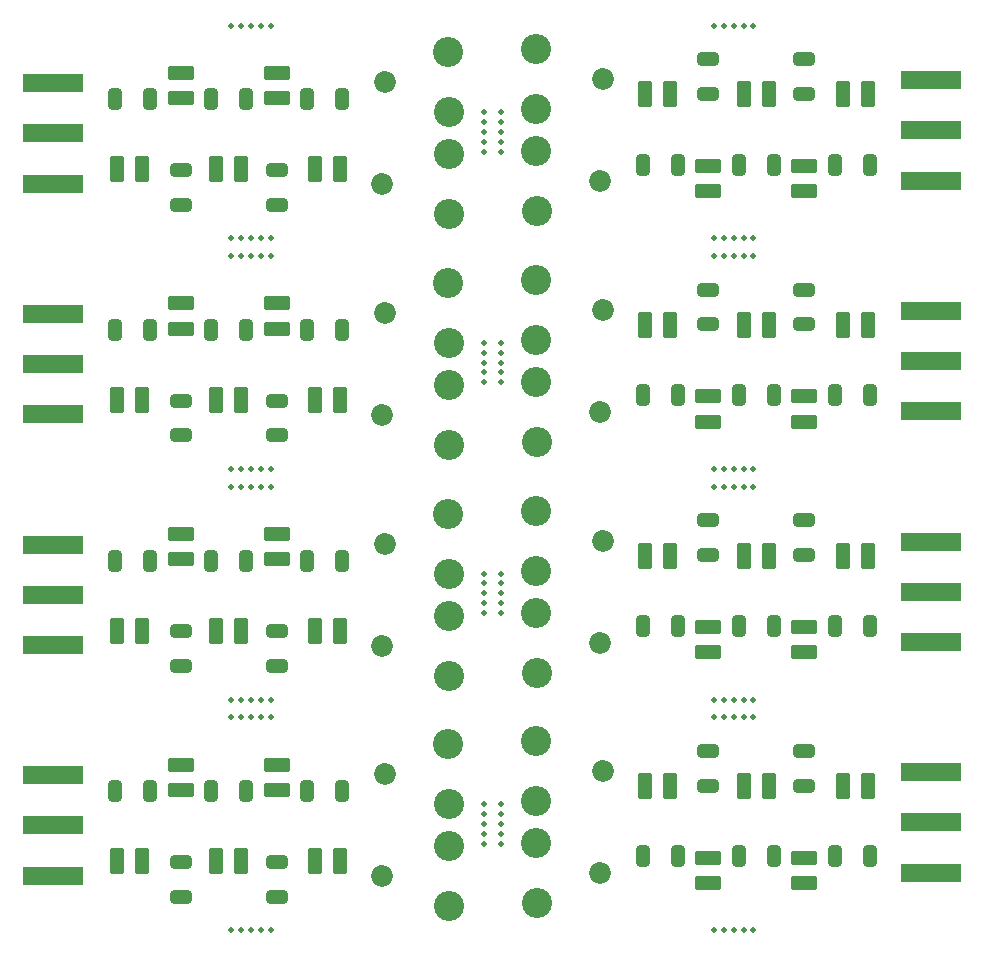
<source format=gbr>
%TF.GenerationSoftware,KiCad,Pcbnew,(6.0.10)*%
%TF.CreationDate,2023-02-03T22:17:50+05:30*%
%TF.ProjectId,Diplexer Panel,4469706c-6578-4657-9220-50616e656c2e,rev?*%
%TF.SameCoordinates,Original*%
%TF.FileFunction,Soldermask,Top*%
%TF.FilePolarity,Negative*%
%FSLAX46Y46*%
G04 Gerber Fmt 4.6, Leading zero omitted, Abs format (unit mm)*
G04 Created by KiCad (PCBNEW (6.0.10)) date 2023-02-03 22:17:50*
%MOMM*%
%LPD*%
G01*
G04 APERTURE LIST*
G04 Aperture macros list*
%AMRoundRect*
0 Rectangle with rounded corners*
0 $1 Rounding radius*
0 $2 $3 $4 $5 $6 $7 $8 $9 X,Y pos of 4 corners*
0 Add a 4 corners polygon primitive as box body*
4,1,4,$2,$3,$4,$5,$6,$7,$8,$9,$2,$3,0*
0 Add four circle primitives for the rounded corners*
1,1,$1+$1,$2,$3*
1,1,$1+$1,$4,$5*
1,1,$1+$1,$6,$7*
1,1,$1+$1,$8,$9*
0 Add four rect primitives between the rounded corners*
20,1,$1+$1,$2,$3,$4,$5,0*
20,1,$1+$1,$4,$5,$6,$7,0*
20,1,$1+$1,$6,$7,$8,$9,0*
20,1,$1+$1,$8,$9,$2,$3,0*%
G04 Aperture macros list end*
%ADD10C,0.500000*%
%ADD11RoundRect,0.250000X0.325000X0.650000X-0.325000X0.650000X-0.325000X-0.650000X0.325000X-0.650000X0*%
%ADD12RoundRect,0.250000X-0.650000X0.325000X-0.650000X-0.325000X0.650000X-0.325000X0.650000X0.325000X0*%
%ADD13RoundRect,0.250000X-0.375000X-0.850000X0.375000X-0.850000X0.375000X0.850000X-0.375000X0.850000X0*%
%ADD14C,2.550000*%
%ADD15RoundRect,0.250000X-0.850000X0.375000X-0.850000X-0.375000X0.850000X-0.375000X0.850000X0.375000X0*%
%ADD16RoundRect,0.250000X0.650000X-0.325000X0.650000X0.325000X-0.650000X0.325000X-0.650000X-0.325000X0*%
%ADD17C,1.850000*%
%ADD18RoundRect,0.250000X0.850000X-0.375000X0.850000X0.375000X-0.850000X0.375000X-0.850000X-0.375000X0*%
%ADD19R,5.080000X1.500000*%
%ADD20RoundRect,0.250000X0.375000X0.850000X-0.375000X0.850000X-0.375000X-0.850000X0.375000X-0.850000X0*%
%ADD21RoundRect,0.250000X-0.325000X-0.650000X0.325000X-0.650000X0.325000X0.650000X-0.325000X0.650000X0*%
G04 APERTURE END LIST*
D10*
%TO.C,REF\u002A\u002A*%
X128902333Y-44776000D03*
%TD*%
%TO.C,REF\u002A\u002A*%
X147750000Y-53622333D03*
%TD*%
D11*
%TO.C,C1*%
X135767000Y-91580000D03*
X132817000Y-91580000D03*
%TD*%
D12*
%TO.C,C2*%
X174900000Y-88167000D03*
X174900000Y-91117000D03*
%TD*%
D13*
%TO.C,L4*%
X169761000Y-71640000D03*
X171911000Y-71640000D03*
%TD*%
D14*
%TO.C,Gnd*%
X152167000Y-92436000D03*
X152167000Y-92436000D03*
X152167000Y-92436000D03*
%TD*%
D10*
%TO.C,REF\u002A\u002A*%
X127235667Y-46276000D03*
%TD*%
%TO.C,REF\u002A\u002A*%
X169764333Y-85328000D03*
%TD*%
%TO.C,REF\u002A\u002A*%
X168931000Y-44776000D03*
%TD*%
D15*
%TO.C,L2*%
X122100000Y-89329000D03*
X122100000Y-91479000D03*
%TD*%
D10*
%TO.C,REF\u002A\u002A*%
X129735666Y-85328000D03*
%TD*%
%TO.C,REF\u002A\u002A*%
X128902333Y-65802000D03*
%TD*%
D14*
%TO.C,Gnd*%
X152167000Y-33858000D03*
X152167000Y-33858000D03*
X152167000Y-33858000D03*
%TD*%
D10*
%TO.C,REF\u002A\u002A*%
X127235667Y-26750000D03*
%TD*%
%TO.C,REF\u002A\u002A*%
X168097666Y-44776000D03*
%TD*%
%TO.C,REF\u002A\u002A*%
X127235667Y-103354000D03*
%TD*%
%TO.C,REF\u002A\u002A*%
X149250000Y-76481666D03*
%TD*%
D16*
%TO.C,C2*%
X130228000Y-61463000D03*
X130228000Y-58513000D03*
%TD*%
D13*
%TO.C,L3*%
X178143000Y-91166000D03*
X180293000Y-91166000D03*
%TD*%
%TO.C,L3*%
X178143000Y-32588000D03*
X180293000Y-32588000D03*
%TD*%
D14*
%TO.C,Gnd*%
X144833000Y-76720000D03*
X144833000Y-76720000D03*
X144833000Y-76720000D03*
%TD*%
D17*
%TO.C,2m*%
X157882000Y-31318000D03*
X157882000Y-31318000D03*
X157882000Y-31318000D03*
X157882000Y-31318000D03*
%TD*%
D15*
%TO.C,L2*%
X122100000Y-30751000D03*
X122100000Y-32901000D03*
%TD*%
D10*
%TO.C,REF\u002A\u002A*%
X126402334Y-64302000D03*
%TD*%
D18*
%TO.C,L1*%
X166772000Y-99353000D03*
X166772000Y-97203000D03*
%TD*%
D10*
%TO.C,REF\u002A\u002A*%
X147750000Y-36596333D03*
%TD*%
D17*
%TO.C,2m*%
X157882000Y-50844000D03*
X157882000Y-50844000D03*
X157882000Y-50844000D03*
X157882000Y-50844000D03*
%TD*%
D13*
%TO.C,L3*%
X178143000Y-52114000D03*
X180293000Y-52114000D03*
%TD*%
D10*
%TO.C,REF\u002A\u002A*%
X126402334Y-103354000D03*
%TD*%
D14*
%TO.C,Gnd*%
X152294000Y-81546000D03*
X152294000Y-81546000D03*
%TD*%
D10*
%TO.C,REF\u002A\u002A*%
X127235667Y-65802000D03*
%TD*%
%TO.C,REF\u002A\u002A*%
X168931000Y-85328000D03*
%TD*%
%TO.C,REF\u002A\u002A*%
X127235667Y-83828000D03*
%TD*%
D19*
%TO.C,2m+70cm*%
X185666500Y-55162000D03*
X185666500Y-59412000D03*
X185666500Y-50912000D03*
%TD*%
D11*
%TO.C,C2*%
X127639000Y-91580000D03*
X124689000Y-91580000D03*
%TD*%
D20*
%TO.C,L5*%
X135621000Y-97516000D03*
X133471000Y-97516000D03*
%TD*%
D17*
%TO.C,2m*%
X157882000Y-89896000D03*
X157882000Y-89896000D03*
X157882000Y-89896000D03*
X157882000Y-89896000D03*
%TD*%
D10*
%TO.C,REF\u002A\u002A*%
X126402334Y-83828000D03*
%TD*%
D14*
%TO.C,Gnd*%
X152167000Y-87356000D03*
X152167000Y-87356000D03*
X152167000Y-87356000D03*
%TD*%
D10*
%TO.C,REF\u002A\u002A*%
X149250000Y-96007666D03*
%TD*%
D17*
%TO.C,2m*%
X157882000Y-70370000D03*
X157882000Y-70370000D03*
X157882000Y-70370000D03*
X157882000Y-70370000D03*
%TD*%
D14*
%TO.C,Gnd*%
X152167000Y-67830000D03*
X152167000Y-67830000D03*
X152167000Y-67830000D03*
%TD*%
D21*
%TO.C,C1*%
X161233000Y-38524000D03*
X164183000Y-38524000D03*
%TD*%
D18*
%TO.C,L2*%
X174900000Y-60301000D03*
X174900000Y-58151000D03*
%TD*%
D13*
%TO.C,L5*%
X161379000Y-71640000D03*
X163529000Y-71640000D03*
%TD*%
D18*
%TO.C,L1*%
X166772000Y-79827000D03*
X166772000Y-77677000D03*
%TD*%
D12*
%TO.C,C2*%
X166772000Y-68641000D03*
X166772000Y-71591000D03*
%TD*%
D10*
%TO.C,REF\u002A\u002A*%
X149250000Y-34929667D03*
%TD*%
D19*
%TO.C,2m+70cm*%
X111333500Y-94468000D03*
X111333500Y-98718000D03*
X111333500Y-90218000D03*
%TD*%
D16*
%TO.C,C2*%
X122100000Y-61463000D03*
X122100000Y-58513000D03*
%TD*%
D17*
%TO.C,2m*%
X157882000Y-70370000D03*
X157882000Y-70370000D03*
X157882000Y-70370000D03*
X157882000Y-70370000D03*
%TD*%
D10*
%TO.C,REF\u002A\u002A*%
X170597666Y-26750000D03*
%TD*%
%TO.C,REF\u002A\u002A*%
X169764333Y-65802000D03*
%TD*%
D14*
%TO.C,Gnd*%
X152167000Y-56940000D03*
X152167000Y-56940000D03*
%TD*%
%TO.C,Gnd*%
X144706000Y-29032000D03*
X144706000Y-29032000D03*
%TD*%
D10*
%TO.C,REF\u002A\u002A*%
X168097666Y-85328000D03*
%TD*%
D17*
%TO.C,2m*%
X139118000Y-98786000D03*
X139118000Y-98786000D03*
X139118000Y-98786000D03*
X139118000Y-98786000D03*
%TD*%
D18*
%TO.C,L1*%
X166772000Y-40775000D03*
X166772000Y-38625000D03*
%TD*%
D17*
%TO.C,70cm*%
X139372000Y-70624000D03*
X139372000Y-70624000D03*
X139372000Y-70624000D03*
X139372000Y-70624000D03*
%TD*%
D21*
%TO.C,C3*%
X177489000Y-38524000D03*
X180439000Y-38524000D03*
%TD*%
D14*
%TO.C,Gnd*%
X152167000Y-76466000D03*
X152167000Y-76466000D03*
%TD*%
D10*
%TO.C,REF\u002A\u002A*%
X127235667Y-44776000D03*
%TD*%
D17*
%TO.C,70cm*%
X139372000Y-31572000D03*
X139372000Y-31572000D03*
X139372000Y-31572000D03*
X139372000Y-31572000D03*
%TD*%
%TO.C,2m*%
X157882000Y-89896000D03*
X157882000Y-89896000D03*
X157882000Y-89896000D03*
X157882000Y-89896000D03*
%TD*%
D21*
%TO.C,C2*%
X169361000Y-58050000D03*
X172311000Y-58050000D03*
%TD*%
D10*
%TO.C,REF\u002A\u002A*%
X126402334Y-85328000D03*
%TD*%
%TO.C,REF\u002A\u002A*%
X128069000Y-85328000D03*
%TD*%
D17*
%TO.C,2m*%
X139118000Y-98786000D03*
X139118000Y-98786000D03*
X139118000Y-98786000D03*
X139118000Y-98786000D03*
%TD*%
D10*
%TO.C,REF\u002A\u002A*%
X147750000Y-94341000D03*
%TD*%
D20*
%TO.C,L4*%
X127239000Y-97516000D03*
X125089000Y-97516000D03*
%TD*%
D10*
%TO.C,REF\u002A\u002A*%
X168097666Y-83828000D03*
%TD*%
D20*
%TO.C,L3*%
X118857000Y-38938000D03*
X116707000Y-38938000D03*
%TD*%
D10*
%TO.C,REF\u002A\u002A*%
X169764333Y-26750000D03*
%TD*%
D14*
%TO.C,Gnd*%
X144833000Y-57194000D03*
X144833000Y-57194000D03*
X144833000Y-57194000D03*
%TD*%
D12*
%TO.C,C2*%
X174900000Y-68641000D03*
X174900000Y-71591000D03*
%TD*%
D11*
%TO.C,C3*%
X119511000Y-33002000D03*
X116561000Y-33002000D03*
%TD*%
D21*
%TO.C,C1*%
X161233000Y-97102000D03*
X164183000Y-97102000D03*
%TD*%
D10*
%TO.C,REF\u002A\u002A*%
X168931000Y-83828000D03*
%TD*%
D14*
%TO.C,Gnd*%
X152167000Y-37414000D03*
X152167000Y-37414000D03*
%TD*%
D17*
%TO.C,70cm*%
X139372000Y-51098000D03*
X139372000Y-51098000D03*
X139372000Y-51098000D03*
X139372000Y-51098000D03*
%TD*%
D10*
%TO.C,REF\u002A\u002A*%
X127235667Y-85328000D03*
%TD*%
D17*
%TO.C,2m*%
X157882000Y-31318000D03*
X157882000Y-31318000D03*
X157882000Y-31318000D03*
X157882000Y-31318000D03*
%TD*%
D10*
%TO.C,REF\u002A\u002A*%
X128069000Y-64302000D03*
%TD*%
%TO.C,REF\u002A\u002A*%
X149250000Y-95174333D03*
%TD*%
D16*
%TO.C,C2*%
X130228000Y-100515000D03*
X130228000Y-97565000D03*
%TD*%
D10*
%TO.C,REF\u002A\u002A*%
X147750000Y-96007666D03*
%TD*%
%TO.C,REF\u002A\u002A*%
X168931000Y-65802000D03*
%TD*%
D17*
%TO.C,70cm*%
X157628000Y-79006000D03*
X157628000Y-79006000D03*
X157628000Y-79006000D03*
X157628000Y-79006000D03*
%TD*%
D14*
%TO.C,Gnd*%
X144833000Y-53638000D03*
X144833000Y-53638000D03*
%TD*%
D17*
%TO.C,2m*%
X139118000Y-59734000D03*
X139118000Y-59734000D03*
X139118000Y-59734000D03*
X139118000Y-59734000D03*
%TD*%
D10*
%TO.C,REF\u002A\u002A*%
X169764333Y-44776000D03*
%TD*%
D19*
%TO.C,2m+70cm*%
X185666500Y-35636000D03*
X185666500Y-31386000D03*
X185666500Y-39886000D03*
%TD*%
D13*
%TO.C,L5*%
X161379000Y-32588000D03*
X163529000Y-32588000D03*
%TD*%
D10*
%TO.C,REF\u002A\u002A*%
X170597666Y-85328000D03*
%TD*%
%TO.C,REF\u002A\u002A*%
X128069000Y-103354000D03*
%TD*%
%TO.C,REF\u002A\u002A*%
X147750000Y-74815000D03*
%TD*%
D14*
%TO.C,Gnd*%
X152294000Y-42494000D03*
X152294000Y-42494000D03*
%TD*%
D10*
%TO.C,REF\u002A\u002A*%
X169764333Y-46276000D03*
%TD*%
D16*
%TO.C,C2*%
X122100000Y-100515000D03*
X122100000Y-97565000D03*
%TD*%
D10*
%TO.C,REF\u002A\u002A*%
X149250000Y-53622333D03*
%TD*%
D17*
%TO.C,2m*%
X139118000Y-40208000D03*
X139118000Y-40208000D03*
X139118000Y-40208000D03*
X139118000Y-40208000D03*
%TD*%
D14*
%TO.C,Gnd*%
X152294000Y-62020000D03*
X152294000Y-62020000D03*
%TD*%
D10*
%TO.C,REF\u002A\u002A*%
X129735666Y-103354000D03*
%TD*%
%TO.C,REF\u002A\u002A*%
X169764333Y-64302000D03*
%TD*%
D13*
%TO.C,L4*%
X169761000Y-91166000D03*
X171911000Y-91166000D03*
%TD*%
D11*
%TO.C,C3*%
X119511000Y-52528000D03*
X116561000Y-52528000D03*
%TD*%
D10*
%TO.C,REF\u002A\u002A*%
X128902333Y-83828000D03*
%TD*%
%TO.C,REF\u002A\u002A*%
X147750000Y-34929667D03*
%TD*%
%TO.C,REF\u002A\u002A*%
X168097666Y-103354000D03*
%TD*%
%TO.C,REF\u002A\u002A*%
X167264333Y-65802000D03*
%TD*%
%TO.C,REF\u002A\u002A*%
X147750000Y-56955666D03*
%TD*%
D17*
%TO.C,70cm*%
X157628000Y-59480000D03*
X157628000Y-59480000D03*
X157628000Y-59480000D03*
X157628000Y-59480000D03*
%TD*%
D16*
%TO.C,C2*%
X130228000Y-80989000D03*
X130228000Y-78039000D03*
%TD*%
D10*
%TO.C,REF\u002A\u002A*%
X168097666Y-26750000D03*
%TD*%
D16*
%TO.C,C2*%
X122100000Y-41937000D03*
X122100000Y-38987000D03*
%TD*%
D10*
%TO.C,REF\u002A\u002A*%
X168931000Y-26750000D03*
%TD*%
%TO.C,REF\u002A\u002A*%
X149250000Y-74815000D03*
%TD*%
%TO.C,REF\u002A\u002A*%
X170597666Y-44776000D03*
%TD*%
D11*
%TO.C,C3*%
X119511000Y-72054000D03*
X116561000Y-72054000D03*
%TD*%
D10*
%TO.C,REF\u002A\u002A*%
X147750000Y-92674333D03*
%TD*%
%TO.C,REF\u002A\u002A*%
X149250000Y-92674333D03*
%TD*%
D17*
%TO.C,2m*%
X139118000Y-79260000D03*
X139118000Y-79260000D03*
X139118000Y-79260000D03*
X139118000Y-79260000D03*
%TD*%
%TO.C,2m*%
X139118000Y-79260000D03*
X139118000Y-79260000D03*
X139118000Y-79260000D03*
X139118000Y-79260000D03*
%TD*%
D13*
%TO.C,L5*%
X161379000Y-52114000D03*
X163529000Y-52114000D03*
%TD*%
D14*
%TO.C,Gnd*%
X144833000Y-92690000D03*
X144833000Y-92690000D03*
%TD*%
D15*
%TO.C,L2*%
X122100000Y-50277000D03*
X122100000Y-52427000D03*
%TD*%
D19*
%TO.C,2m+70cm*%
X185666500Y-74688000D03*
X185666500Y-78938000D03*
X185666500Y-70438000D03*
%TD*%
D14*
%TO.C,Gnd*%
X152167000Y-48304000D03*
X152167000Y-48304000D03*
X152167000Y-48304000D03*
%TD*%
D15*
%TO.C,L2*%
X122100000Y-69803000D03*
X122100000Y-71953000D03*
%TD*%
D10*
%TO.C,REF\u002A\u002A*%
X129735666Y-44776000D03*
%TD*%
D11*
%TO.C,C2*%
X127639000Y-72054000D03*
X124689000Y-72054000D03*
%TD*%
D12*
%TO.C,C2*%
X166772000Y-88167000D03*
X166772000Y-91117000D03*
%TD*%
D14*
%TO.C,Gnd*%
X144706000Y-87610000D03*
X144706000Y-87610000D03*
%TD*%
D10*
%TO.C,REF\u002A\u002A*%
X170597666Y-65802000D03*
%TD*%
%TO.C,REF\u002A\u002A*%
X149250000Y-37429666D03*
%TD*%
%TO.C,REF\u002A\u002A*%
X149250000Y-34096334D03*
%TD*%
%TO.C,REF\u002A\u002A*%
X128069000Y-26750000D03*
%TD*%
%TO.C,REF\u002A\u002A*%
X147750000Y-34096334D03*
%TD*%
D16*
%TO.C,C2*%
X130228000Y-41937000D03*
X130228000Y-38987000D03*
%TD*%
D10*
%TO.C,REF\u002A\u002A*%
X147750000Y-37429666D03*
%TD*%
D14*
%TO.C,Gnd*%
X144706000Y-48558000D03*
X144706000Y-48558000D03*
%TD*%
D20*
%TO.C,L4*%
X127239000Y-38938000D03*
X125089000Y-38938000D03*
%TD*%
D10*
%TO.C,REF\u002A\u002A*%
X168097666Y-65802000D03*
%TD*%
D18*
%TO.C,L2*%
X174900000Y-40775000D03*
X174900000Y-38625000D03*
%TD*%
D21*
%TO.C,C3*%
X177489000Y-97102000D03*
X180439000Y-97102000D03*
%TD*%
D17*
%TO.C,2m*%
X139118000Y-40208000D03*
X139118000Y-40208000D03*
X139118000Y-40208000D03*
X139118000Y-40208000D03*
%TD*%
D19*
%TO.C,2m+70cm*%
X185666500Y-94214000D03*
X185666500Y-98464000D03*
X185666500Y-89964000D03*
%TD*%
D10*
%TO.C,REF\u002A\u002A*%
X149250000Y-56955666D03*
%TD*%
%TO.C,REF\u002A\u002A*%
X147750000Y-93507666D03*
%TD*%
D19*
%TO.C,2m+70cm*%
X111333500Y-35890000D03*
X111333500Y-40140000D03*
X111333500Y-31640000D03*
%TD*%
D10*
%TO.C,REF\u002A\u002A*%
X126402334Y-65802000D03*
%TD*%
%TO.C,REF\u002A\u002A*%
X149250000Y-55289000D03*
%TD*%
%TO.C,REF\u002A\u002A*%
X147750000Y-35763000D03*
%TD*%
%TO.C,REF\u002A\u002A*%
X149250000Y-56122333D03*
%TD*%
%TO.C,REF\u002A\u002A*%
X167264333Y-44776000D03*
%TD*%
D13*
%TO.C,L5*%
X161379000Y-91166000D03*
X163529000Y-91166000D03*
%TD*%
D14*
%TO.C,Gnd*%
X144833000Y-34112000D03*
X144833000Y-34112000D03*
%TD*%
D21*
%TO.C,C1*%
X161233000Y-77576000D03*
X164183000Y-77576000D03*
%TD*%
D18*
%TO.C,L2*%
X174900000Y-79827000D03*
X174900000Y-77677000D03*
%TD*%
D14*
%TO.C,Gnd*%
X144833000Y-81800000D03*
X144833000Y-81800000D03*
X144833000Y-81800000D03*
%TD*%
D10*
%TO.C,REF\u002A\u002A*%
X170597666Y-103354000D03*
%TD*%
%TO.C,REF\u002A\u002A*%
X167264333Y-103354000D03*
%TD*%
D14*
%TO.C,Gnd*%
X144833000Y-62274000D03*
X144833000Y-62274000D03*
X144833000Y-62274000D03*
%TD*%
D10*
%TO.C,REF\u002A\u002A*%
X168097666Y-46276000D03*
%TD*%
%TO.C,REF\u002A\u002A*%
X167264333Y-85328000D03*
%TD*%
%TO.C,REF\u002A\u002A*%
X168931000Y-103354000D03*
%TD*%
D14*
%TO.C,Gnd*%
X144833000Y-42748000D03*
X144833000Y-42748000D03*
X144833000Y-42748000D03*
%TD*%
%TO.C,Gnd*%
X152167000Y-95992000D03*
X152167000Y-95992000D03*
%TD*%
%TO.C,Gnd*%
X152167000Y-53384000D03*
X152167000Y-53384000D03*
X152167000Y-53384000D03*
%TD*%
D10*
%TO.C,REF\u002A\u002A*%
X167264333Y-26750000D03*
%TD*%
D17*
%TO.C,70cm*%
X157628000Y-39954000D03*
X157628000Y-39954000D03*
X157628000Y-39954000D03*
X157628000Y-39954000D03*
%TD*%
D10*
%TO.C,REF\u002A\u002A*%
X149250000Y-75648333D03*
%TD*%
D11*
%TO.C,C1*%
X135767000Y-33002000D03*
X132817000Y-33002000D03*
%TD*%
D14*
%TO.C,Gnd*%
X152294000Y-101072000D03*
X152294000Y-101072000D03*
%TD*%
D10*
%TO.C,REF\u002A\u002A*%
X129735666Y-64302000D03*
%TD*%
%TO.C,REF\u002A\u002A*%
X149250000Y-36596333D03*
%TD*%
D20*
%TO.C,L3*%
X118857000Y-77990000D03*
X116707000Y-77990000D03*
%TD*%
D12*
%TO.C,C2*%
X166772000Y-29589000D03*
X166772000Y-32539000D03*
%TD*%
D11*
%TO.C,C2*%
X127639000Y-33002000D03*
X124689000Y-33002000D03*
%TD*%
D14*
%TO.C,Gnd*%
X144833000Y-101326000D03*
X144833000Y-101326000D03*
X144833000Y-101326000D03*
%TD*%
D10*
%TO.C,REF\u002A\u002A*%
X128069000Y-83828000D03*
%TD*%
%TO.C,REF\u002A\u002A*%
X149250000Y-94341000D03*
%TD*%
D20*
%TO.C,L5*%
X135621000Y-38938000D03*
X133471000Y-38938000D03*
%TD*%
D10*
%TO.C,REF\u002A\u002A*%
X129735666Y-46276000D03*
%TD*%
D15*
%TO.C,L1*%
X130228000Y-30751000D03*
X130228000Y-32901000D03*
%TD*%
D10*
%TO.C,REF\u002A\u002A*%
X128902333Y-103354000D03*
%TD*%
%TO.C,REF\u002A\u002A*%
X128069000Y-65802000D03*
%TD*%
%TO.C,REF\u002A\u002A*%
X147750000Y-75648333D03*
%TD*%
%TO.C,REF\u002A\u002A*%
X128902333Y-46276000D03*
%TD*%
%TO.C,REF\u002A\u002A*%
X128069000Y-46276000D03*
%TD*%
%TO.C,REF\u002A\u002A*%
X127235667Y-64302000D03*
%TD*%
%TO.C,REF\u002A\u002A*%
X126402334Y-46276000D03*
%TD*%
D20*
%TO.C,L3*%
X118857000Y-58464000D03*
X116707000Y-58464000D03*
%TD*%
D10*
%TO.C,REF\u002A\u002A*%
X170597666Y-64302000D03*
%TD*%
%TO.C,REF\u002A\u002A*%
X128069000Y-44776000D03*
%TD*%
D21*
%TO.C,C3*%
X177489000Y-58050000D03*
X180439000Y-58050000D03*
%TD*%
D13*
%TO.C,L4*%
X169761000Y-52114000D03*
X171911000Y-52114000D03*
%TD*%
D20*
%TO.C,L4*%
X127239000Y-77990000D03*
X125089000Y-77990000D03*
%TD*%
D15*
%TO.C,L1*%
X130228000Y-50277000D03*
X130228000Y-52427000D03*
%TD*%
D10*
%TO.C,REF\u002A\u002A*%
X170597666Y-83828000D03*
%TD*%
D17*
%TO.C,2m*%
X157882000Y-50844000D03*
X157882000Y-50844000D03*
X157882000Y-50844000D03*
X157882000Y-50844000D03*
%TD*%
D10*
%TO.C,REF\u002A\u002A*%
X126402334Y-44776000D03*
%TD*%
%TO.C,REF\u002A\u002A*%
X168097666Y-64302000D03*
%TD*%
D16*
%TO.C,C2*%
X122100000Y-80989000D03*
X122100000Y-78039000D03*
%TD*%
D10*
%TO.C,REF\u002A\u002A*%
X147750000Y-73148333D03*
%TD*%
D13*
%TO.C,L3*%
X178143000Y-71640000D03*
X180293000Y-71640000D03*
%TD*%
D17*
%TO.C,2m*%
X139118000Y-59734000D03*
X139118000Y-59734000D03*
X139118000Y-59734000D03*
X139118000Y-59734000D03*
%TD*%
D21*
%TO.C,C1*%
X161233000Y-58050000D03*
X164183000Y-58050000D03*
%TD*%
D10*
%TO.C,REF\u002A\u002A*%
X167264333Y-64302000D03*
%TD*%
D12*
%TO.C,C2*%
X174900000Y-29589000D03*
X174900000Y-32539000D03*
%TD*%
D10*
%TO.C,REF\u002A\u002A*%
X126402334Y-26750000D03*
%TD*%
%TO.C,REF\u002A\u002A*%
X149250000Y-93507666D03*
%TD*%
%TO.C,REF\u002A\u002A*%
X147750000Y-54455666D03*
%TD*%
D21*
%TO.C,C3*%
X177489000Y-77576000D03*
X180439000Y-77576000D03*
%TD*%
D11*
%TO.C,C2*%
X127639000Y-52528000D03*
X124689000Y-52528000D03*
%TD*%
D10*
%TO.C,REF\u002A\u002A*%
X149250000Y-35763000D03*
%TD*%
D14*
%TO.C,Gnd*%
X152167000Y-28778000D03*
X152167000Y-28778000D03*
X152167000Y-28778000D03*
%TD*%
D10*
%TO.C,REF\u002A\u002A*%
X149250000Y-73981666D03*
%TD*%
D20*
%TO.C,L3*%
X118857000Y-97516000D03*
X116707000Y-97516000D03*
%TD*%
D14*
%TO.C,Gnd*%
X152167000Y-72910000D03*
X152167000Y-72910000D03*
X152167000Y-72910000D03*
%TD*%
D10*
%TO.C,REF\u002A\u002A*%
X147750000Y-56122333D03*
%TD*%
D17*
%TO.C,70cm*%
X157628000Y-98532000D03*
X157628000Y-98532000D03*
X157628000Y-98532000D03*
X157628000Y-98532000D03*
%TD*%
D11*
%TO.C,C1*%
X135767000Y-72054000D03*
X132817000Y-72054000D03*
%TD*%
D18*
%TO.C,L1*%
X166772000Y-60301000D03*
X166772000Y-58151000D03*
%TD*%
D10*
%TO.C,REF\u002A\u002A*%
X170597666Y-46276000D03*
%TD*%
D20*
%TO.C,L4*%
X127239000Y-58464000D03*
X125089000Y-58464000D03*
%TD*%
D10*
%TO.C,REF\u002A\u002A*%
X147750000Y-73981666D03*
%TD*%
%TO.C,REF\u002A\u002A*%
X147750000Y-76481666D03*
%TD*%
D14*
%TO.C,Gnd*%
X144833000Y-73164000D03*
X144833000Y-73164000D03*
%TD*%
D10*
%TO.C,REF\u002A\u002A*%
X167264333Y-83828000D03*
%TD*%
%TO.C,REF\u002A\u002A*%
X147750000Y-55289000D03*
%TD*%
D14*
%TO.C,Gnd*%
X144833000Y-96246000D03*
X144833000Y-96246000D03*
X144833000Y-96246000D03*
%TD*%
D10*
%TO.C,REF\u002A\u002A*%
X129735666Y-26750000D03*
%TD*%
D11*
%TO.C,C3*%
X119511000Y-91580000D03*
X116561000Y-91580000D03*
%TD*%
D20*
%TO.C,L5*%
X135621000Y-77990000D03*
X133471000Y-77990000D03*
%TD*%
D10*
%TO.C,REF\u002A\u002A*%
X149250000Y-54455666D03*
%TD*%
D15*
%TO.C,L1*%
X130228000Y-89329000D03*
X130228000Y-91479000D03*
%TD*%
D12*
%TO.C,C2*%
X174900000Y-49115000D03*
X174900000Y-52065000D03*
%TD*%
D17*
%TO.C,70cm*%
X139372000Y-90150000D03*
X139372000Y-90150000D03*
X139372000Y-90150000D03*
X139372000Y-90150000D03*
%TD*%
D10*
%TO.C,REF\u002A\u002A*%
X169764333Y-83828000D03*
%TD*%
%TO.C,REF\u002A\u002A*%
X168931000Y-64302000D03*
%TD*%
D21*
%TO.C,C2*%
X169361000Y-97102000D03*
X172311000Y-97102000D03*
%TD*%
D15*
%TO.C,L1*%
X130228000Y-69803000D03*
X130228000Y-71953000D03*
%TD*%
D12*
%TO.C,C2*%
X166772000Y-49115000D03*
X166772000Y-52065000D03*
%TD*%
D10*
%TO.C,REF\u002A\u002A*%
X128902333Y-26750000D03*
%TD*%
%TO.C,REF\u002A\u002A*%
X128902333Y-64302000D03*
%TD*%
%TO.C,REF\u002A\u002A*%
X168931000Y-46276000D03*
%TD*%
D20*
%TO.C,L5*%
X135621000Y-58464000D03*
X133471000Y-58464000D03*
%TD*%
D14*
%TO.C,Gnd*%
X144833000Y-37668000D03*
X144833000Y-37668000D03*
X144833000Y-37668000D03*
%TD*%
D11*
%TO.C,C1*%
X135767000Y-52528000D03*
X132817000Y-52528000D03*
%TD*%
D19*
%TO.C,2m+70cm*%
X111333500Y-55416000D03*
X111333500Y-59666000D03*
X111333500Y-51166000D03*
%TD*%
D10*
%TO.C,REF\u002A\u002A*%
X129735666Y-65802000D03*
%TD*%
D21*
%TO.C,C2*%
X169361000Y-77576000D03*
X172311000Y-77576000D03*
%TD*%
D10*
%TO.C,REF\u002A\u002A*%
X129735666Y-83828000D03*
%TD*%
%TO.C,REF\u002A\u002A*%
X167264333Y-46276000D03*
%TD*%
D14*
%TO.C,Gnd*%
X144706000Y-68084000D03*
X144706000Y-68084000D03*
%TD*%
D19*
%TO.C,2m+70cm*%
X111333500Y-74942000D03*
X111333500Y-79192000D03*
X111333500Y-70692000D03*
%TD*%
D10*
%TO.C,REF\u002A\u002A*%
X169764333Y-103354000D03*
%TD*%
%TO.C,REF\u002A\u002A*%
X149250000Y-73148333D03*
%TD*%
D21*
%TO.C,C2*%
X169361000Y-38524000D03*
X172311000Y-38524000D03*
%TD*%
D18*
%TO.C,L2*%
X174900000Y-99353000D03*
X174900000Y-97203000D03*
%TD*%
D10*
%TO.C,REF\u002A\u002A*%
X128902333Y-85328000D03*
%TD*%
D13*
%TO.C,L4*%
X169761000Y-32588000D03*
X171911000Y-32588000D03*
%TD*%
D10*
%TO.C,REF\u002A\u002A*%
X147750000Y-95174333D03*
%TD*%
M02*

</source>
